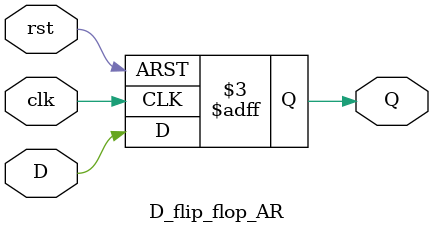
<source format=v>
module D_flip_flop_AR(Q, D, clk, rst);

	output Q;
	input D, clk, rst;
	reg Q;

	always @(posedge clk or negedge rst)
		if (!rst) Q <= 1'b0;
		else Q <= D;

endmodule
</source>
